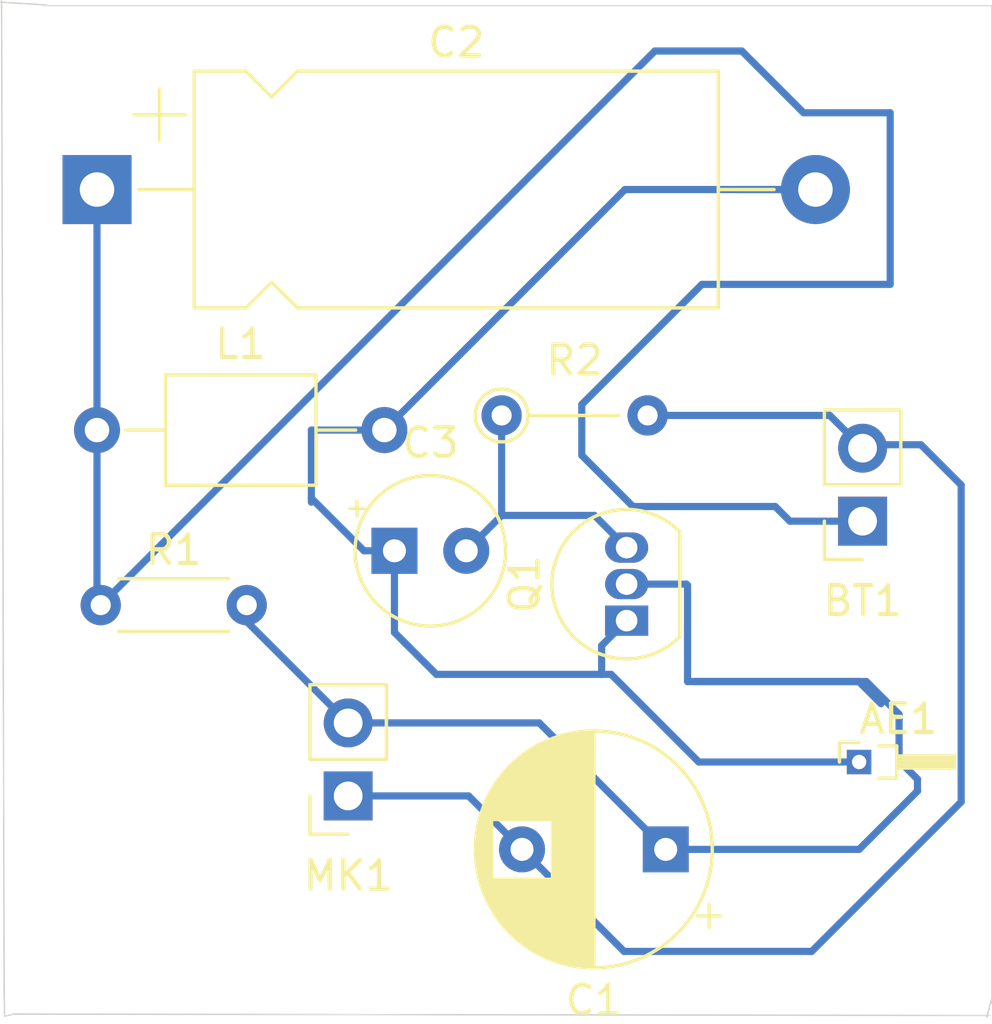
<source format=kicad_pcb>
(kicad_pcb (version 20171130) (host pcbnew "(5.1.10)-1")

  (general
    (thickness 1.6)
    (drawings 8)
    (tracks 66)
    (zones 0)
    (modules 10)
    (nets 6)
  )

  (page A4)
  (layers
    (0 F.Cu signal)
    (31 B.Cu signal)
    (32 B.Adhes user)
    (33 F.Adhes user)
    (34 B.Paste user)
    (35 F.Paste user)
    (36 B.SilkS user)
    (37 F.SilkS user)
    (38 B.Mask user)
    (39 F.Mask user)
    (40 Dwgs.User user)
    (41 Cmts.User user)
    (42 Eco1.User user)
    (43 Eco2.User user)
    (44 Edge.Cuts user)
    (45 Margin user)
    (46 B.CrtYd user)
    (47 F.CrtYd user)
    (48 B.Fab user)
    (49 F.Fab user)
  )

  (setup
    (last_trace_width 0.25)
    (trace_clearance 0.2)
    (zone_clearance 0.508)
    (zone_45_only no)
    (trace_min 0.2)
    (via_size 0.8)
    (via_drill 0.4)
    (via_min_size 0.4)
    (via_min_drill 0.3)
    (uvia_size 0.3)
    (uvia_drill 0.1)
    (uvias_allowed no)
    (uvia_min_size 0.2)
    (uvia_min_drill 0.1)
    (edge_width 0.05)
    (segment_width 0.2)
    (pcb_text_width 0.3)
    (pcb_text_size 1.5 1.5)
    (mod_edge_width 0.12)
    (mod_text_size 1 1)
    (mod_text_width 0.15)
    (pad_size 1.524 1.524)
    (pad_drill 0.762)
    (pad_to_mask_clearance 0)
    (aux_axis_origin 0 0)
    (visible_elements FFFFFF7F)
    (pcbplotparams
      (layerselection 0x010fc_ffffffff)
      (usegerberextensions false)
      (usegerberattributes true)
      (usegerberadvancedattributes true)
      (creategerberjobfile true)
      (excludeedgelayer true)
      (linewidth 0.100000)
      (plotframeref false)
      (viasonmask false)
      (mode 1)
      (useauxorigin false)
      (hpglpennumber 1)
      (hpglpenspeed 20)
      (hpglpendiameter 15.000000)
      (psnegative false)
      (psa4output false)
      (plotreference true)
      (plotvalue true)
      (plotinvisibletext false)
      (padsonsilk false)
      (subtractmaskfromsilk false)
      (outputformat 4)
      (mirror false)
      (drillshape 0)
      (scaleselection 1)
      (outputdirectory ""))
  )

  (net 0 "")
  (net 1 "Net-(AE1-Pad1)")
  (net 2 GND)
  (net 3 VCC)
  (net 4 "Net-(C1-Pad1)")
  (net 5 "Net-(C3-Pad2)")

  (net_class Default "This is the default net class."
    (clearance 0.2)
    (trace_width 0.25)
    (via_dia 0.8)
    (via_drill 0.4)
    (uvia_dia 0.3)
    (uvia_drill 0.1)
    (add_net GND)
    (add_net "Net-(AE1-Pad1)")
    (add_net "Net-(C1-Pad1)")
    (add_net "Net-(C3-Pad2)")
    (add_net VCC)
  )

  (module Connector_PinHeader_1.00mm:PinHeader_1x01_P1.00mm_Horizontal (layer F.Cu) (tedit 59FED737) (tstamp 61A94E15)
    (at 102.31 103.38)
    (descr "Through hole angled pin header, 1x01, 1.00mm pitch, 2.0mm pin length, single row")
    (tags "Through hole angled pin header THT 1x01 1.00mm single row")
    (path /61A7A232)
    (fp_text reference AE1 (at 1.375 -1.5) (layer F.SilkS)
      (effects (font (size 1 1) (thickness 0.15)))
    )
    (fp_text value Antenna (at 1.375 1.5) (layer F.Fab)
      (effects (font (size 1 1) (thickness 0.15)))
    )
    (fp_line (start 3.75 -1) (end -1 -1) (layer F.CrtYd) (width 0.05))
    (fp_line (start 3.75 1) (end 3.75 -1) (layer F.CrtYd) (width 0.05))
    (fp_line (start -1 1) (end 3.75 1) (layer F.CrtYd) (width 0.05))
    (fp_line (start -1 -1) (end -1 1) (layer F.CrtYd) (width 0.05))
    (fp_line (start -0.685 -0.685) (end 0 -0.685) (layer F.SilkS) (width 0.12))
    (fp_line (start -0.685 0) (end -0.685 -0.685) (layer F.SilkS) (width 0.12))
    (fp_line (start 1.31 0.09) (end 3.31 0.09) (layer F.SilkS) (width 0.12))
    (fp_line (start 1.31 -0.03) (end 3.31 -0.03) (layer F.SilkS) (width 0.12))
    (fp_line (start 1.31 -0.15) (end 3.31 -0.15) (layer F.SilkS) (width 0.12))
    (fp_line (start 3.31 0.21) (end 1.31 0.21) (layer F.SilkS) (width 0.12))
    (fp_line (start 3.31 -0.21) (end 3.31 0.21) (layer F.SilkS) (width 0.12))
    (fp_line (start 1.31 -0.21) (end 3.31 -0.21) (layer F.SilkS) (width 0.12))
    (fp_line (start 1.31 0.56) (end 0.685 0.56) (layer F.SilkS) (width 0.12))
    (fp_line (start 1.31 -0.56) (end 1.31 0.56) (layer F.SilkS) (width 0.12))
    (fp_line (start 0.685 -0.56) (end 1.31 -0.56) (layer F.SilkS) (width 0.12))
    (fp_line (start 1.25 0.15) (end 3.25 0.15) (layer F.Fab) (width 0.1))
    (fp_line (start 3.25 -0.15) (end 3.25 0.15) (layer F.Fab) (width 0.1))
    (fp_line (start 1.25 -0.15) (end 3.25 -0.15) (layer F.Fab) (width 0.1))
    (fp_line (start -0.15 0.15) (end 0.25 0.15) (layer F.Fab) (width 0.1))
    (fp_line (start -0.15 -0.15) (end -0.15 0.15) (layer F.Fab) (width 0.1))
    (fp_line (start -0.15 -0.15) (end 0.25 -0.15) (layer F.Fab) (width 0.1))
    (fp_line (start 0.25 -0.25) (end 0.5 -0.5) (layer F.Fab) (width 0.1))
    (fp_line (start 0.25 0.5) (end 0.25 -0.25) (layer F.Fab) (width 0.1))
    (fp_line (start 1.25 0.5) (end 0.25 0.5) (layer F.Fab) (width 0.1))
    (fp_line (start 1.25 -0.5) (end 1.25 0.5) (layer F.Fab) (width 0.1))
    (fp_line (start 0.5 -0.5) (end 1.25 -0.5) (layer F.Fab) (width 0.1))
    (fp_text user %R (at 0.75 0 90) (layer F.Fab)
      (effects (font (size 0.6 0.6) (thickness 0.09)))
    )
    (pad 1 thru_hole rect (at 0 0) (size 0.85 0.85) (drill 0.5) (layers *.Cu *.Mask)
      (net 1 "Net-(AE1-Pad1)"))
    (model ${KISYS3DMOD}/Connector_PinHeader_1.00mm.3dshapes/PinHeader_1x01_P1.00mm_Horizontal.wrl
      (at (xyz 0 0 0))
      (scale (xyz 1 1 1))
      (rotate (xyz 0 0 0))
    )
  )

  (module Connector_PinSocket_2.54mm:PinSocket_1x02_P2.54mm_Vertical (layer F.Cu) (tedit 5A19A420) (tstamp 61A94E2B)
    (at 102.43 95 180)
    (descr "Through hole straight socket strip, 1x02, 2.54mm pitch, single row (from Kicad 4.0.7), script generated")
    (tags "Through hole socket strip THT 1x02 2.54mm single row")
    (path /61A7CF1F)
    (fp_text reference BT1 (at 0 -2.77) (layer F.SilkS)
      (effects (font (size 1 1) (thickness 0.15)))
    )
    (fp_text value 9v (at 0 5.31) (layer F.Fab)
      (effects (font (size 1 1) (thickness 0.15)))
    )
    (fp_text user %R (at 0 1.27 90) (layer F.Fab)
      (effects (font (size 1 1) (thickness 0.15)))
    )
    (fp_line (start -1.27 -1.27) (end 0.635 -1.27) (layer F.Fab) (width 0.1))
    (fp_line (start 0.635 -1.27) (end 1.27 -0.635) (layer F.Fab) (width 0.1))
    (fp_line (start 1.27 -0.635) (end 1.27 3.81) (layer F.Fab) (width 0.1))
    (fp_line (start 1.27 3.81) (end -1.27 3.81) (layer F.Fab) (width 0.1))
    (fp_line (start -1.27 3.81) (end -1.27 -1.27) (layer F.Fab) (width 0.1))
    (fp_line (start -1.33 1.27) (end 1.33 1.27) (layer F.SilkS) (width 0.12))
    (fp_line (start -1.33 1.27) (end -1.33 3.87) (layer F.SilkS) (width 0.12))
    (fp_line (start -1.33 3.87) (end 1.33 3.87) (layer F.SilkS) (width 0.12))
    (fp_line (start 1.33 1.27) (end 1.33 3.87) (layer F.SilkS) (width 0.12))
    (fp_line (start 1.33 -1.33) (end 1.33 0) (layer F.SilkS) (width 0.12))
    (fp_line (start 0 -1.33) (end 1.33 -1.33) (layer F.SilkS) (width 0.12))
    (fp_line (start -1.8 -1.8) (end 1.75 -1.8) (layer F.CrtYd) (width 0.05))
    (fp_line (start 1.75 -1.8) (end 1.75 4.3) (layer F.CrtYd) (width 0.05))
    (fp_line (start 1.75 4.3) (end -1.8 4.3) (layer F.CrtYd) (width 0.05))
    (fp_line (start -1.8 4.3) (end -1.8 -1.8) (layer F.CrtYd) (width 0.05))
    (pad 2 thru_hole oval (at 0 2.54 180) (size 1.7 1.7) (drill 1) (layers *.Cu *.Mask)
      (net 2 GND))
    (pad 1 thru_hole rect (at 0 0 180) (size 1.7 1.7) (drill 1) (layers *.Cu *.Mask)
      (net 3 VCC))
    (model ${KISYS3DMOD}/Connector_PinSocket_2.54mm.3dshapes/PinSocket_1x02_P2.54mm_Vertical.wrl
      (at (xyz 0 0 0))
      (scale (xyz 1 1 1))
      (rotate (xyz 0 0 0))
    )
  )

  (module Capacitor_THT:CP_Radial_D8.0mm_P5.00mm (layer F.Cu) (tedit 5AE50EF0) (tstamp 61A94ED4)
    (at 95.58 106.42 180)
    (descr "CP, Radial series, Radial, pin pitch=5.00mm, , diameter=8mm, Electrolytic Capacitor")
    (tags "CP Radial series Radial pin pitch 5.00mm  diameter 8mm Electrolytic Capacitor")
    (path /61A7602A)
    (fp_text reference C1 (at 2.5 -5.25) (layer F.SilkS)
      (effects (font (size 1 1) (thickness 0.15)))
    )
    (fp_text value 0.001u (at 2.5 5.25) (layer F.Fab)
      (effects (font (size 1 1) (thickness 0.15)))
    )
    (fp_line (start -1.509698 -2.715) (end -1.509698 -1.915) (layer F.SilkS) (width 0.12))
    (fp_line (start -1.909698 -2.315) (end -1.109698 -2.315) (layer F.SilkS) (width 0.12))
    (fp_line (start 6.581 -0.533) (end 6.581 0.533) (layer F.SilkS) (width 0.12))
    (fp_line (start 6.541 -0.768) (end 6.541 0.768) (layer F.SilkS) (width 0.12))
    (fp_line (start 6.501 -0.948) (end 6.501 0.948) (layer F.SilkS) (width 0.12))
    (fp_line (start 6.461 -1.098) (end 6.461 1.098) (layer F.SilkS) (width 0.12))
    (fp_line (start 6.421 -1.229) (end 6.421 1.229) (layer F.SilkS) (width 0.12))
    (fp_line (start 6.381 -1.346) (end 6.381 1.346) (layer F.SilkS) (width 0.12))
    (fp_line (start 6.341 -1.453) (end 6.341 1.453) (layer F.SilkS) (width 0.12))
    (fp_line (start 6.301 -1.552) (end 6.301 1.552) (layer F.SilkS) (width 0.12))
    (fp_line (start 6.261 -1.645) (end 6.261 1.645) (layer F.SilkS) (width 0.12))
    (fp_line (start 6.221 -1.731) (end 6.221 1.731) (layer F.SilkS) (width 0.12))
    (fp_line (start 6.181 -1.813) (end 6.181 1.813) (layer F.SilkS) (width 0.12))
    (fp_line (start 6.141 -1.89) (end 6.141 1.89) (layer F.SilkS) (width 0.12))
    (fp_line (start 6.101 -1.964) (end 6.101 1.964) (layer F.SilkS) (width 0.12))
    (fp_line (start 6.061 -2.034) (end 6.061 2.034) (layer F.SilkS) (width 0.12))
    (fp_line (start 6.021 1.04) (end 6.021 2.102) (layer F.SilkS) (width 0.12))
    (fp_line (start 6.021 -2.102) (end 6.021 -1.04) (layer F.SilkS) (width 0.12))
    (fp_line (start 5.981 1.04) (end 5.981 2.166) (layer F.SilkS) (width 0.12))
    (fp_line (start 5.981 -2.166) (end 5.981 -1.04) (layer F.SilkS) (width 0.12))
    (fp_line (start 5.941 1.04) (end 5.941 2.228) (layer F.SilkS) (width 0.12))
    (fp_line (start 5.941 -2.228) (end 5.941 -1.04) (layer F.SilkS) (width 0.12))
    (fp_line (start 5.901 1.04) (end 5.901 2.287) (layer F.SilkS) (width 0.12))
    (fp_line (start 5.901 -2.287) (end 5.901 -1.04) (layer F.SilkS) (width 0.12))
    (fp_line (start 5.861 1.04) (end 5.861 2.345) (layer F.SilkS) (width 0.12))
    (fp_line (start 5.861 -2.345) (end 5.861 -1.04) (layer F.SilkS) (width 0.12))
    (fp_line (start 5.821 1.04) (end 5.821 2.4) (layer F.SilkS) (width 0.12))
    (fp_line (start 5.821 -2.4) (end 5.821 -1.04) (layer F.SilkS) (width 0.12))
    (fp_line (start 5.781 1.04) (end 5.781 2.454) (layer F.SilkS) (width 0.12))
    (fp_line (start 5.781 -2.454) (end 5.781 -1.04) (layer F.SilkS) (width 0.12))
    (fp_line (start 5.741 1.04) (end 5.741 2.505) (layer F.SilkS) (width 0.12))
    (fp_line (start 5.741 -2.505) (end 5.741 -1.04) (layer F.SilkS) (width 0.12))
    (fp_line (start 5.701 1.04) (end 5.701 2.556) (layer F.SilkS) (width 0.12))
    (fp_line (start 5.701 -2.556) (end 5.701 -1.04) (layer F.SilkS) (width 0.12))
    (fp_line (start 5.661 1.04) (end 5.661 2.604) (layer F.SilkS) (width 0.12))
    (fp_line (start 5.661 -2.604) (end 5.661 -1.04) (layer F.SilkS) (width 0.12))
    (fp_line (start 5.621 1.04) (end 5.621 2.651) (layer F.SilkS) (width 0.12))
    (fp_line (start 5.621 -2.651) (end 5.621 -1.04) (layer F.SilkS) (width 0.12))
    (fp_line (start 5.581 1.04) (end 5.581 2.697) (layer F.SilkS) (width 0.12))
    (fp_line (start 5.581 -2.697) (end 5.581 -1.04) (layer F.SilkS) (width 0.12))
    (fp_line (start 5.541 1.04) (end 5.541 2.741) (layer F.SilkS) (width 0.12))
    (fp_line (start 5.541 -2.741) (end 5.541 -1.04) (layer F.SilkS) (width 0.12))
    (fp_line (start 5.501 1.04) (end 5.501 2.784) (layer F.SilkS) (width 0.12))
    (fp_line (start 5.501 -2.784) (end 5.501 -1.04) (layer F.SilkS) (width 0.12))
    (fp_line (start 5.461 1.04) (end 5.461 2.826) (layer F.SilkS) (width 0.12))
    (fp_line (start 5.461 -2.826) (end 5.461 -1.04) (layer F.SilkS) (width 0.12))
    (fp_line (start 5.421 1.04) (end 5.421 2.867) (layer F.SilkS) (width 0.12))
    (fp_line (start 5.421 -2.867) (end 5.421 -1.04) (layer F.SilkS) (width 0.12))
    (fp_line (start 5.381 1.04) (end 5.381 2.907) (layer F.SilkS) (width 0.12))
    (fp_line (start 5.381 -2.907) (end 5.381 -1.04) (layer F.SilkS) (width 0.12))
    (fp_line (start 5.341 1.04) (end 5.341 2.945) (layer F.SilkS) (width 0.12))
    (fp_line (start 5.341 -2.945) (end 5.341 -1.04) (layer F.SilkS) (width 0.12))
    (fp_line (start 5.301 1.04) (end 5.301 2.983) (layer F.SilkS) (width 0.12))
    (fp_line (start 5.301 -2.983) (end 5.301 -1.04) (layer F.SilkS) (width 0.12))
    (fp_line (start 5.261 1.04) (end 5.261 3.019) (layer F.SilkS) (width 0.12))
    (fp_line (start 5.261 -3.019) (end 5.261 -1.04) (layer F.SilkS) (width 0.12))
    (fp_line (start 5.221 1.04) (end 5.221 3.055) (layer F.SilkS) (width 0.12))
    (fp_line (start 5.221 -3.055) (end 5.221 -1.04) (layer F.SilkS) (width 0.12))
    (fp_line (start 5.181 1.04) (end 5.181 3.09) (layer F.SilkS) (width 0.12))
    (fp_line (start 5.181 -3.09) (end 5.181 -1.04) (layer F.SilkS) (width 0.12))
    (fp_line (start 5.141 1.04) (end 5.141 3.124) (layer F.SilkS) (width 0.12))
    (fp_line (start 5.141 -3.124) (end 5.141 -1.04) (layer F.SilkS) (width 0.12))
    (fp_line (start 5.101 1.04) (end 5.101 3.156) (layer F.SilkS) (width 0.12))
    (fp_line (start 5.101 -3.156) (end 5.101 -1.04) (layer F.SilkS) (width 0.12))
    (fp_line (start 5.061 1.04) (end 5.061 3.189) (layer F.SilkS) (width 0.12))
    (fp_line (start 5.061 -3.189) (end 5.061 -1.04) (layer F.SilkS) (width 0.12))
    (fp_line (start 5.021 1.04) (end 5.021 3.22) (layer F.SilkS) (width 0.12))
    (fp_line (start 5.021 -3.22) (end 5.021 -1.04) (layer F.SilkS) (width 0.12))
    (fp_line (start 4.981 1.04) (end 4.981 3.25) (layer F.SilkS) (width 0.12))
    (fp_line (start 4.981 -3.25) (end 4.981 -1.04) (layer F.SilkS) (width 0.12))
    (fp_line (start 4.941 1.04) (end 4.941 3.28) (layer F.SilkS) (width 0.12))
    (fp_line (start 4.941 -3.28) (end 4.941 -1.04) (layer F.SilkS) (width 0.12))
    (fp_line (start 4.901 1.04) (end 4.901 3.309) (layer F.SilkS) (width 0.12))
    (fp_line (start 4.901 -3.309) (end 4.901 -1.04) (layer F.SilkS) (width 0.12))
    (fp_line (start 4.861 1.04) (end 4.861 3.338) (layer F.SilkS) (width 0.12))
    (fp_line (start 4.861 -3.338) (end 4.861 -1.04) (layer F.SilkS) (width 0.12))
    (fp_line (start 4.821 1.04) (end 4.821 3.365) (layer F.SilkS) (width 0.12))
    (fp_line (start 4.821 -3.365) (end 4.821 -1.04) (layer F.SilkS) (width 0.12))
    (fp_line (start 4.781 1.04) (end 4.781 3.392) (layer F.SilkS) (width 0.12))
    (fp_line (start 4.781 -3.392) (end 4.781 -1.04) (layer F.SilkS) (width 0.12))
    (fp_line (start 4.741 1.04) (end 4.741 3.418) (layer F.SilkS) (width 0.12))
    (fp_line (start 4.741 -3.418) (end 4.741 -1.04) (layer F.SilkS) (width 0.12))
    (fp_line (start 4.701 1.04) (end 4.701 3.444) (layer F.SilkS) (width 0.12))
    (fp_line (start 4.701 -3.444) (end 4.701 -1.04) (layer F.SilkS) (width 0.12))
    (fp_line (start 4.661 1.04) (end 4.661 3.469) (layer F.SilkS) (width 0.12))
    (fp_line (start 4.661 -3.469) (end 4.661 -1.04) (layer F.SilkS) (width 0.12))
    (fp_line (start 4.621 1.04) (end 4.621 3.493) (layer F.SilkS) (width 0.12))
    (fp_line (start 4.621 -3.493) (end 4.621 -1.04) (layer F.SilkS) (width 0.12))
    (fp_line (start 4.581 1.04) (end 4.581 3.517) (layer F.SilkS) (width 0.12))
    (fp_line (start 4.581 -3.517) (end 4.581 -1.04) (layer F.SilkS) (width 0.12))
    (fp_line (start 4.541 1.04) (end 4.541 3.54) (layer F.SilkS) (width 0.12))
    (fp_line (start 4.541 -3.54) (end 4.541 -1.04) (layer F.SilkS) (width 0.12))
    (fp_line (start 4.501 1.04) (end 4.501 3.562) (layer F.SilkS) (width 0.12))
    (fp_line (start 4.501 -3.562) (end 4.501 -1.04) (layer F.SilkS) (width 0.12))
    (fp_line (start 4.461 1.04) (end 4.461 3.584) (layer F.SilkS) (width 0.12))
    (fp_line (start 4.461 -3.584) (end 4.461 -1.04) (layer F.SilkS) (width 0.12))
    (fp_line (start 4.421 1.04) (end 4.421 3.606) (layer F.SilkS) (width 0.12))
    (fp_line (start 4.421 -3.606) (end 4.421 -1.04) (layer F.SilkS) (width 0.12))
    (fp_line (start 4.381 1.04) (end 4.381 3.627) (layer F.SilkS) (width 0.12))
    (fp_line (start 4.381 -3.627) (end 4.381 -1.04) (layer F.SilkS) (width 0.12))
    (fp_line (start 4.341 1.04) (end 4.341 3.647) (layer F.SilkS) (width 0.12))
    (fp_line (start 4.341 -3.647) (end 4.341 -1.04) (layer F.SilkS) (width 0.12))
    (fp_line (start 4.301 1.04) (end 4.301 3.666) (layer F.SilkS) (width 0.12))
    (fp_line (start 4.301 -3.666) (end 4.301 -1.04) (layer F.SilkS) (width 0.12))
    (fp_line (start 4.261 1.04) (end 4.261 3.686) (layer F.SilkS) (width 0.12))
    (fp_line (start 4.261 -3.686) (end 4.261 -1.04) (layer F.SilkS) (width 0.12))
    (fp_line (start 4.221 1.04) (end 4.221 3.704) (layer F.SilkS) (width 0.12))
    (fp_line (start 4.221 -3.704) (end 4.221 -1.04) (layer F.SilkS) (width 0.12))
    (fp_line (start 4.181 1.04) (end 4.181 3.722) (layer F.SilkS) (width 0.12))
    (fp_line (start 4.181 -3.722) (end 4.181 -1.04) (layer F.SilkS) (width 0.12))
    (fp_line (start 4.141 1.04) (end 4.141 3.74) (layer F.SilkS) (width 0.12))
    (fp_line (start 4.141 -3.74) (end 4.141 -1.04) (layer F.SilkS) (width 0.12))
    (fp_line (start 4.101 1.04) (end 4.101 3.757) (layer F.SilkS) (width 0.12))
    (fp_line (start 4.101 -3.757) (end 4.101 -1.04) (layer F.SilkS) (width 0.12))
    (fp_line (start 4.061 1.04) (end 4.061 3.774) (layer F.SilkS) (width 0.12))
    (fp_line (start 4.061 -3.774) (end 4.061 -1.04) (layer F.SilkS) (width 0.12))
    (fp_line (start 4.021 1.04) (end 4.021 3.79) (layer F.SilkS) (width 0.12))
    (fp_line (start 4.021 -3.79) (end 4.021 -1.04) (layer F.SilkS) (width 0.12))
    (fp_line (start 3.981 1.04) (end 3.981 3.805) (layer F.SilkS) (width 0.12))
    (fp_line (start 3.981 -3.805) (end 3.981 -1.04) (layer F.SilkS) (width 0.12))
    (fp_line (start 3.941 -3.821) (end 3.941 3.821) (layer F.SilkS) (width 0.12))
    (fp_line (start 3.901 -3.835) (end 3.901 3.835) (layer F.SilkS) (width 0.12))
    (fp_line (start 3.861 -3.85) (end 3.861 3.85) (layer F.SilkS) (width 0.12))
    (fp_line (start 3.821 -3.863) (end 3.821 3.863) (layer F.SilkS) (width 0.12))
    (fp_line (start 3.781 -3.877) (end 3.781 3.877) (layer F.SilkS) (width 0.12))
    (fp_line (start 3.741 -3.889) (end 3.741 3.889) (layer F.SilkS) (width 0.12))
    (fp_line (start 3.701 -3.902) (end 3.701 3.902) (layer F.SilkS) (width 0.12))
    (fp_line (start 3.661 -3.914) (end 3.661 3.914) (layer F.SilkS) (width 0.12))
    (fp_line (start 3.621 -3.925) (end 3.621 3.925) (layer F.SilkS) (width 0.12))
    (fp_line (start 3.581 -3.936) (end 3.581 3.936) (layer F.SilkS) (width 0.12))
    (fp_line (start 3.541 -3.947) (end 3.541 3.947) (layer F.SilkS) (width 0.12))
    (fp_line (start 3.501 -3.957) (end 3.501 3.957) (layer F.SilkS) (width 0.12))
    (fp_line (start 3.461 -3.967) (end 3.461 3.967) (layer F.SilkS) (width 0.12))
    (fp_line (start 3.421 -3.976) (end 3.421 3.976) (layer F.SilkS) (width 0.12))
    (fp_line (start 3.381 -3.985) (end 3.381 3.985) (layer F.SilkS) (width 0.12))
    (fp_line (start 3.341 -3.994) (end 3.341 3.994) (layer F.SilkS) (width 0.12))
    (fp_line (start 3.301 -4.002) (end 3.301 4.002) (layer F.SilkS) (width 0.12))
    (fp_line (start 3.261 -4.01) (end 3.261 4.01) (layer F.SilkS) (width 0.12))
    (fp_line (start 3.221 -4.017) (end 3.221 4.017) (layer F.SilkS) (width 0.12))
    (fp_line (start 3.18 -4.024) (end 3.18 4.024) (layer F.SilkS) (width 0.12))
    (fp_line (start 3.14 -4.03) (end 3.14 4.03) (layer F.SilkS) (width 0.12))
    (fp_line (start 3.1 -4.037) (end 3.1 4.037) (layer F.SilkS) (width 0.12))
    (fp_line (start 3.06 -4.042) (end 3.06 4.042) (layer F.SilkS) (width 0.12))
    (fp_line (start 3.02 -4.048) (end 3.02 4.048) (layer F.SilkS) (width 0.12))
    (fp_line (start 2.98 -4.052) (end 2.98 4.052) (layer F.SilkS) (width 0.12))
    (fp_line (start 2.94 -4.057) (end 2.94 4.057) (layer F.SilkS) (width 0.12))
    (fp_line (start 2.9 -4.061) (end 2.9 4.061) (layer F.SilkS) (width 0.12))
    (fp_line (start 2.86 -4.065) (end 2.86 4.065) (layer F.SilkS) (width 0.12))
    (fp_line (start 2.82 -4.068) (end 2.82 4.068) (layer F.SilkS) (width 0.12))
    (fp_line (start 2.78 -4.071) (end 2.78 4.071) (layer F.SilkS) (width 0.12))
    (fp_line (start 2.74 -4.074) (end 2.74 4.074) (layer F.SilkS) (width 0.12))
    (fp_line (start 2.7 -4.076) (end 2.7 4.076) (layer F.SilkS) (width 0.12))
    (fp_line (start 2.66 -4.077) (end 2.66 4.077) (layer F.SilkS) (width 0.12))
    (fp_line (start 2.62 -4.079) (end 2.62 4.079) (layer F.SilkS) (width 0.12))
    (fp_line (start 2.58 -4.08) (end 2.58 4.08) (layer F.SilkS) (width 0.12))
    (fp_line (start 2.54 -4.08) (end 2.54 4.08) (layer F.SilkS) (width 0.12))
    (fp_line (start 2.5 -4.08) (end 2.5 4.08) (layer F.SilkS) (width 0.12))
    (fp_line (start -0.526759 -2.1475) (end -0.526759 -1.3475) (layer F.Fab) (width 0.1))
    (fp_line (start -0.926759 -1.7475) (end -0.126759 -1.7475) (layer F.Fab) (width 0.1))
    (fp_circle (center 2.5 0) (end 6.75 0) (layer F.CrtYd) (width 0.05))
    (fp_circle (center 2.5 0) (end 6.62 0) (layer F.SilkS) (width 0.12))
    (fp_circle (center 2.5 0) (end 6.5 0) (layer F.Fab) (width 0.1))
    (fp_text user %R (at 2.5 0) (layer F.Fab)
      (effects (font (size 1 1) (thickness 0.15)))
    )
    (pad 1 thru_hole rect (at 0 0 180) (size 1.6 1.6) (drill 0.8) (layers *.Cu *.Mask)
      (net 4 "Net-(C1-Pad1)"))
    (pad 2 thru_hole circle (at 5 0 180) (size 1.6 1.6) (drill 0.8) (layers *.Cu *.Mask)
      (net 2 GND))
    (model ${KISYS3DMOD}/Capacitor_THT.3dshapes/CP_Radial_D8.0mm_P5.00mm.wrl
      (at (xyz 0 0 0))
      (scale (xyz 1 1 1))
      (rotate (xyz 0 0 0))
    )
  )

  (module Capacitor_THT:CP_Axial_L18.0mm_D8.0mm_P25.00mm_Horizontal (layer F.Cu) (tedit 5AE50EF2) (tstamp 61A94EFB)
    (at 75.79 83.46)
    (descr "CP, Axial series, Axial, Horizontal, pin pitch=25mm, , length*diameter=18*8mm^2, Electrolytic Capacitor, , http://www.vishay.com/docs/28325/021asm.pdf")
    (tags "CP Axial series Axial Horizontal pin pitch 25mm  length 18mm diameter 8mm Electrolytic Capacitor")
    (path /61A777CE)
    (fp_text reference C2 (at 12.5 -5.12) (layer F.SilkS)
      (effects (font (size 1 1) (thickness 0.15)))
    )
    (fp_text value 0-100pf (at 12.5 5.12) (layer F.Fab)
      (effects (font (size 1 1) (thickness 0.15)))
    )
    (fp_line (start 26.45 -4.25) (end -1.45 -4.25) (layer F.CrtYd) (width 0.05))
    (fp_line (start 26.45 4.25) (end 26.45 -4.25) (layer F.CrtYd) (width 0.05))
    (fp_line (start -1.45 4.25) (end 26.45 4.25) (layer F.CrtYd) (width 0.05))
    (fp_line (start -1.45 -4.25) (end -1.45 4.25) (layer F.CrtYd) (width 0.05))
    (fp_line (start 23.56 0) (end 21.62 0) (layer F.SilkS) (width 0.12))
    (fp_line (start 1.44 0) (end 3.38 0) (layer F.SilkS) (width 0.12))
    (fp_line (start 6.98 4.12) (end 21.62 4.12) (layer F.SilkS) (width 0.12))
    (fp_line (start 6.08 3.22) (end 6.98 4.12) (layer F.SilkS) (width 0.12))
    (fp_line (start 5.18 4.12) (end 6.08 3.22) (layer F.SilkS) (width 0.12))
    (fp_line (start 3.38 4.12) (end 5.18 4.12) (layer F.SilkS) (width 0.12))
    (fp_line (start 6.98 -4.12) (end 21.62 -4.12) (layer F.SilkS) (width 0.12))
    (fp_line (start 6.08 -3.22) (end 6.98 -4.12) (layer F.SilkS) (width 0.12))
    (fp_line (start 5.18 -4.12) (end 6.08 -3.22) (layer F.SilkS) (width 0.12))
    (fp_line (start 3.38 -4.12) (end 5.18 -4.12) (layer F.SilkS) (width 0.12))
    (fp_line (start 21.62 -4.12) (end 21.62 4.12) (layer F.SilkS) (width 0.12))
    (fp_line (start 3.38 -4.12) (end 3.38 4.12) (layer F.SilkS) (width 0.12))
    (fp_line (start 2.18 -3.5) (end 2.18 -1.7) (layer F.SilkS) (width 0.12))
    (fp_line (start 1.28 -2.6) (end 3.08 -2.6) (layer F.SilkS) (width 0.12))
    (fp_line (start 6.1 -0.9) (end 6.1 0.9) (layer F.Fab) (width 0.1))
    (fp_line (start 5.2 0) (end 7 0) (layer F.Fab) (width 0.1))
    (fp_line (start 25 0) (end 21.5 0) (layer F.Fab) (width 0.1))
    (fp_line (start 0 0) (end 3.5 0) (layer F.Fab) (width 0.1))
    (fp_line (start 6.98 4) (end 21.5 4) (layer F.Fab) (width 0.1))
    (fp_line (start 6.08 3.1) (end 6.98 4) (layer F.Fab) (width 0.1))
    (fp_line (start 5.18 4) (end 6.08 3.1) (layer F.Fab) (width 0.1))
    (fp_line (start 3.5 4) (end 5.18 4) (layer F.Fab) (width 0.1))
    (fp_line (start 6.98 -4) (end 21.5 -4) (layer F.Fab) (width 0.1))
    (fp_line (start 6.08 -3.1) (end 6.98 -4) (layer F.Fab) (width 0.1))
    (fp_line (start 5.18 -4) (end 6.08 -3.1) (layer F.Fab) (width 0.1))
    (fp_line (start 3.5 -4) (end 5.18 -4) (layer F.Fab) (width 0.1))
    (fp_line (start 21.5 -4) (end 21.5 4) (layer F.Fab) (width 0.1))
    (fp_line (start 3.5 -4) (end 3.5 4) (layer F.Fab) (width 0.1))
    (fp_text user %R (at 12.5 0) (layer F.Fab)
      (effects (font (size 1 1) (thickness 0.15)))
    )
    (pad 1 thru_hole rect (at 0 0) (size 2.4 2.4) (drill 1.2) (layers *.Cu *.Mask)
      (net 3 VCC))
    (pad 2 thru_hole oval (at 25 0) (size 2.4 2.4) (drill 1.2) (layers *.Cu *.Mask)
      (net 1 "Net-(AE1-Pad1)"))
    (model ${KISYS3DMOD}/Capacitor_THT.3dshapes/CP_Axial_L18.0mm_D8.0mm_P25.00mm_Horizontal.wrl
      (at (xyz 0 0 0))
      (scale (xyz 1 1 1))
      (rotate (xyz 0 0 0))
    )
  )

  (module Capacitor_THT:CP_Radial_Tantal_D5.0mm_P2.50mm (layer F.Cu) (tedit 5AE50EF0) (tstamp 61A94F09)
    (at 86.14 96.03)
    (descr "CP, Radial_Tantal series, Radial, pin pitch=2.50mm, , diameter=5.0mm, Tantal Electrolytic Capacitor, http://cdn-reichelt.de/documents/datenblatt/B300/TANTAL-TB-Serie%23.pdf")
    (tags "CP Radial_Tantal series Radial pin pitch 2.50mm  diameter 5.0mm Tantal Electrolytic Capacitor")
    (path /61A77CB1)
    (fp_text reference C3 (at 1.25 -3.75) (layer F.SilkS)
      (effects (font (size 1 1) (thickness 0.15)))
    )
    (fp_text value 22p-100pf (at 1.25 3.75) (layer F.Fab)
      (effects (font (size 1 1) (thickness 0.15)))
    )
    (fp_line (start -1.304775 -1.725) (end -1.304775 -1.225) (layer F.SilkS) (width 0.12))
    (fp_line (start -1.554775 -1.475) (end -1.054775 -1.475) (layer F.SilkS) (width 0.12))
    (fp_line (start -0.633605 -1.3375) (end -0.633605 -0.8375) (layer F.Fab) (width 0.1))
    (fp_line (start -0.883605 -1.0875) (end -0.383605 -1.0875) (layer F.Fab) (width 0.1))
    (fp_circle (center 1.25 0) (end 4 0) (layer F.CrtYd) (width 0.05))
    (fp_circle (center 1.25 0) (end 3.87 0) (layer F.SilkS) (width 0.12))
    (fp_circle (center 1.25 0) (end 3.75 0) (layer F.Fab) (width 0.1))
    (fp_text user %R (at 1.25 0) (layer F.Fab)
      (effects (font (size 1 1) (thickness 0.15)))
    )
    (pad 1 thru_hole rect (at 0 0) (size 1.6 1.6) (drill 0.8) (layers *.Cu *.Mask)
      (net 1 "Net-(AE1-Pad1)"))
    (pad 2 thru_hole circle (at 2.5 0) (size 1.6 1.6) (drill 0.8) (layers *.Cu *.Mask)
      (net 5 "Net-(C3-Pad2)"))
    (model ${KISYS3DMOD}/Capacitor_THT.3dshapes/CP_Radial_Tantal_D5.0mm_P2.50mm.wrl
      (at (xyz 0 0 0))
      (scale (xyz 1 1 1))
      (rotate (xyz 0 0 0))
    )
  )

  (module Inductor_THT:L_Axial_L5.0mm_D3.6mm_P10.00mm_Horizontal_Murata_BL01RN1A2A2 (layer F.Cu) (tedit 5BC67E52) (tstamp 61A94F20)
    (at 75.79 91.83)
    (descr "Inductor, Murata BL01RN1A2A2, Axial, Horizontal, pin pitch=10.00mm, length*diameter=5*3.6mm, https://www.murata.com/en-global/products/productdetail?partno=BL01RN1A2A2%23")
    (tags "inductor axial horizontal")
    (path /61A762F1)
    (fp_text reference L1 (at 5 -3) (layer F.SilkS)
      (effects (font (size 1 1) (thickness 0.15)))
    )
    (fp_text value 0.1u (at 5 3) (layer F.Fab)
      (effects (font (size 1 1) (thickness 0.15)))
    )
    (fp_line (start 11.05 -2.05) (end -1.05 -2.05) (layer F.CrtYd) (width 0.05))
    (fp_line (start 11.05 2.05) (end 11.05 -2.05) (layer F.CrtYd) (width 0.05))
    (fp_line (start -1.05 2.05) (end 11.05 2.05) (layer F.CrtYd) (width 0.05))
    (fp_line (start -1.05 -2.05) (end -1.05 2.05) (layer F.CrtYd) (width 0.05))
    (fp_line (start 9 0) (end 7.62 0) (layer F.SilkS) (width 0.12))
    (fp_line (start 1 0) (end 2.38 0) (layer F.SilkS) (width 0.12))
    (fp_line (start 7.62 -1.92) (end 2.38 -1.92) (layer F.SilkS) (width 0.12))
    (fp_line (start 7.62 1.92) (end 7.62 -1.92) (layer F.SilkS) (width 0.12))
    (fp_line (start 2.38 1.92) (end 7.62 1.92) (layer F.SilkS) (width 0.12))
    (fp_line (start 2.38 -1.92) (end 2.38 1.92) (layer F.SilkS) (width 0.12))
    (fp_line (start 10 0) (end 7.5 0) (layer F.Fab) (width 0.1))
    (fp_line (start 0 0) (end 2.5 0) (layer F.Fab) (width 0.1))
    (fp_line (start 7.5 -1.8) (end 2.5 -1.8) (layer F.Fab) (width 0.1))
    (fp_line (start 7.5 1.8) (end 7.5 -1.8) (layer F.Fab) (width 0.1))
    (fp_line (start 2.5 1.8) (end 7.5 1.8) (layer F.Fab) (width 0.1))
    (fp_line (start 2.5 -1.8) (end 2.5 1.8) (layer F.Fab) (width 0.1))
    (fp_text user %R (at 5 0) (layer F.Fab)
      (effects (font (size 1 1) (thickness 0.15)))
    )
    (pad 1 thru_hole circle (at 0 0) (size 1.6 1.6) (drill 0.85) (layers *.Cu *.Mask)
      (net 3 VCC))
    (pad 2 thru_hole oval (at 10 0) (size 1.6 1.6) (drill 0.85) (layers *.Cu *.Mask)
      (net 1 "Net-(AE1-Pad1)"))
    (model ${KISYS3DMOD}/Inductor_THT.3dshapes/L_Axial_L5.0mm_D3.6mm_P10.00mm_Horizontal_Murata_BL01RN1A2A2.wrl
      (at (xyz 0 0 0))
      (scale (xyz 1 1 1))
      (rotate (xyz 0 0 0))
    )
  )

  (module Connector_PinSocket_2.54mm:PinSocket_1x02_P2.54mm_Vertical (layer F.Cu) (tedit 5A19A420) (tstamp 61A94F36)
    (at 84.53 104.56 180)
    (descr "Through hole straight socket strip, 1x02, 2.54mm pitch, single row (from Kicad 4.0.7), script generated")
    (tags "Through hole socket strip THT 1x02 2.54mm single row")
    (path /61A7AF7F)
    (fp_text reference MK1 (at 0 -2.77) (layer F.SilkS)
      (effects (font (size 1 1) (thickness 0.15)))
    )
    (fp_text value Microphone (at 0 5.31) (layer F.Fab)
      (effects (font (size 1 1) (thickness 0.15)))
    )
    (fp_line (start -1.8 4.3) (end -1.8 -1.8) (layer F.CrtYd) (width 0.05))
    (fp_line (start 1.75 4.3) (end -1.8 4.3) (layer F.CrtYd) (width 0.05))
    (fp_line (start 1.75 -1.8) (end 1.75 4.3) (layer F.CrtYd) (width 0.05))
    (fp_line (start -1.8 -1.8) (end 1.75 -1.8) (layer F.CrtYd) (width 0.05))
    (fp_line (start 0 -1.33) (end 1.33 -1.33) (layer F.SilkS) (width 0.12))
    (fp_line (start 1.33 -1.33) (end 1.33 0) (layer F.SilkS) (width 0.12))
    (fp_line (start 1.33 1.27) (end 1.33 3.87) (layer F.SilkS) (width 0.12))
    (fp_line (start -1.33 3.87) (end 1.33 3.87) (layer F.SilkS) (width 0.12))
    (fp_line (start -1.33 1.27) (end -1.33 3.87) (layer F.SilkS) (width 0.12))
    (fp_line (start -1.33 1.27) (end 1.33 1.27) (layer F.SilkS) (width 0.12))
    (fp_line (start -1.27 3.81) (end -1.27 -1.27) (layer F.Fab) (width 0.1))
    (fp_line (start 1.27 3.81) (end -1.27 3.81) (layer F.Fab) (width 0.1))
    (fp_line (start 1.27 -0.635) (end 1.27 3.81) (layer F.Fab) (width 0.1))
    (fp_line (start 0.635 -1.27) (end 1.27 -0.635) (layer F.Fab) (width 0.1))
    (fp_line (start -1.27 -1.27) (end 0.635 -1.27) (layer F.Fab) (width 0.1))
    (fp_text user %R (at 0 1.27 90) (layer F.Fab)
      (effects (font (size 1 1) (thickness 0.15)))
    )
    (pad 1 thru_hole rect (at 0 0 180) (size 1.7 1.7) (drill 1) (layers *.Cu *.Mask)
      (net 2 GND))
    (pad 2 thru_hole oval (at 0 2.54 180) (size 1.7 1.7) (drill 1) (layers *.Cu *.Mask)
      (net 4 "Net-(C1-Pad1)"))
    (model ${KISYS3DMOD}/Connector_PinSocket_2.54mm.3dshapes/PinSocket_1x02_P2.54mm_Vertical.wrl
      (at (xyz 0 0 0))
      (scale (xyz 1 1 1))
      (rotate (xyz 0 0 0))
    )
  )

  (module Package_TO_SOT_THT:TO-92_Inline (layer F.Cu) (tedit 5A1DD157) (tstamp 61A94F48)
    (at 94.22 98.46 90)
    (descr "TO-92 leads in-line, narrow, oval pads, drill 0.75mm (see NXP sot054_po.pdf)")
    (tags "to-92 sc-43 sc-43a sot54 PA33 transistor")
    (path /61A75544)
    (fp_text reference Q1 (at 1.27 -3.56 90) (layer F.SilkS)
      (effects (font (size 1 1) (thickness 0.15)))
    )
    (fp_text value BC547 (at 1.27 2.79 90) (layer F.Fab)
      (effects (font (size 1 1) (thickness 0.15)))
    )
    (fp_line (start 4 2.01) (end -1.46 2.01) (layer F.CrtYd) (width 0.05))
    (fp_line (start 4 2.01) (end 4 -2.73) (layer F.CrtYd) (width 0.05))
    (fp_line (start -1.46 -2.73) (end -1.46 2.01) (layer F.CrtYd) (width 0.05))
    (fp_line (start -1.46 -2.73) (end 4 -2.73) (layer F.CrtYd) (width 0.05))
    (fp_line (start -0.5 1.75) (end 3 1.75) (layer F.Fab) (width 0.1))
    (fp_line (start -0.53 1.85) (end 3.07 1.85) (layer F.SilkS) (width 0.12))
    (fp_text user %R (at 1.27 0 90) (layer F.Fab)
      (effects (font (size 1 1) (thickness 0.15)))
    )
    (fp_arc (start 1.27 0) (end 1.27 -2.48) (angle 135) (layer F.Fab) (width 0.1))
    (fp_arc (start 1.27 0) (end 1.27 -2.6) (angle -135) (layer F.SilkS) (width 0.12))
    (fp_arc (start 1.27 0) (end 1.27 -2.48) (angle -135) (layer F.Fab) (width 0.1))
    (fp_arc (start 1.27 0) (end 1.27 -2.6) (angle 135) (layer F.SilkS) (width 0.12))
    (pad 2 thru_hole oval (at 1.27 0 90) (size 1.05 1.5) (drill 0.75) (layers *.Cu *.Mask)
      (net 4 "Net-(C1-Pad1)"))
    (pad 3 thru_hole oval (at 2.54 0 90) (size 1.05 1.5) (drill 0.75) (layers *.Cu *.Mask)
      (net 5 "Net-(C3-Pad2)"))
    (pad 1 thru_hole rect (at 0 0 90) (size 1.05 1.5) (drill 0.75) (layers *.Cu *.Mask)
      (net 1 "Net-(AE1-Pad1)"))
    (model ${KISYS3DMOD}/Package_TO_SOT_THT.3dshapes/TO-92_Inline.wrl
      (at (xyz 0 0 0))
      (scale (xyz 1 1 1))
      (rotate (xyz 0 0 0))
    )
  )

  (module Resistor_THT:R_Axial_DIN0204_L3.6mm_D1.6mm_P5.08mm_Horizontal (layer F.Cu) (tedit 5AE5139B) (tstamp 61A94F5B)
    (at 75.92 97.92)
    (descr "Resistor, Axial_DIN0204 series, Axial, Horizontal, pin pitch=5.08mm, 0.167W, length*diameter=3.6*1.6mm^2, http://cdn-reichelt.de/documents/datenblatt/B400/1_4W%23YAG.pdf")
    (tags "Resistor Axial_DIN0204 series Axial Horizontal pin pitch 5.08mm 0.167W length 3.6mm diameter 1.6mm")
    (path /61A75BFE)
    (fp_text reference R1 (at 2.54 -1.92) (layer F.SilkS)
      (effects (font (size 1 1) (thickness 0.15)))
    )
    (fp_text value 4.7k (at 2.54 1.92) (layer F.Fab)
      (effects (font (size 1 1) (thickness 0.15)))
    )
    (fp_line (start 6.03 -1.05) (end -0.95 -1.05) (layer F.CrtYd) (width 0.05))
    (fp_line (start 6.03 1.05) (end 6.03 -1.05) (layer F.CrtYd) (width 0.05))
    (fp_line (start -0.95 1.05) (end 6.03 1.05) (layer F.CrtYd) (width 0.05))
    (fp_line (start -0.95 -1.05) (end -0.95 1.05) (layer F.CrtYd) (width 0.05))
    (fp_line (start 0.62 0.92) (end 4.46 0.92) (layer F.SilkS) (width 0.12))
    (fp_line (start 0.62 -0.92) (end 4.46 -0.92) (layer F.SilkS) (width 0.12))
    (fp_line (start 5.08 0) (end 4.34 0) (layer F.Fab) (width 0.1))
    (fp_line (start 0 0) (end 0.74 0) (layer F.Fab) (width 0.1))
    (fp_line (start 4.34 -0.8) (end 0.74 -0.8) (layer F.Fab) (width 0.1))
    (fp_line (start 4.34 0.8) (end 4.34 -0.8) (layer F.Fab) (width 0.1))
    (fp_line (start 0.74 0.8) (end 4.34 0.8) (layer F.Fab) (width 0.1))
    (fp_line (start 0.74 -0.8) (end 0.74 0.8) (layer F.Fab) (width 0.1))
    (fp_text user %R (at 2.54 0) (layer F.Fab)
      (effects (font (size 0.72 0.72) (thickness 0.108)))
    )
    (pad 1 thru_hole circle (at 0 0) (size 1.4 1.4) (drill 0.7) (layers *.Cu *.Mask)
      (net 3 VCC))
    (pad 2 thru_hole oval (at 5.08 0) (size 1.4 1.4) (drill 0.7) (layers *.Cu *.Mask)
      (net 4 "Net-(C1-Pad1)"))
    (model ${KISYS3DMOD}/Resistor_THT.3dshapes/R_Axial_DIN0204_L3.6mm_D1.6mm_P5.08mm_Horizontal.wrl
      (at (xyz 0 0 0))
      (scale (xyz 1 1 1))
      (rotate (xyz 0 0 0))
    )
  )

  (module Resistor_THT:R_Axial_DIN0204_L3.6mm_D1.6mm_P5.08mm_Vertical (layer F.Cu) (tedit 5AE5139B) (tstamp 61A94F6A)
    (at 89.87 91.32)
    (descr "Resistor, Axial_DIN0204 series, Axial, Vertical, pin pitch=5.08mm, 0.167W, length*diameter=3.6*1.6mm^2, http://cdn-reichelt.de/documents/datenblatt/B400/1_4W%23YAG.pdf")
    (tags "Resistor Axial_DIN0204 series Axial Vertical pin pitch 5.08mm 0.167W length 3.6mm diameter 1.6mm")
    (path /61A796D4)
    (fp_text reference R2 (at 2.54 -1.92) (layer F.SilkS)
      (effects (font (size 1 1) (thickness 0.15)))
    )
    (fp_text value 330R (at 2.54 1.92) (layer F.Fab)
      (effects (font (size 1 1) (thickness 0.15)))
    )
    (fp_line (start 6.03 -1.05) (end -1.05 -1.05) (layer F.CrtYd) (width 0.05))
    (fp_line (start 6.03 1.05) (end 6.03 -1.05) (layer F.CrtYd) (width 0.05))
    (fp_line (start -1.05 1.05) (end 6.03 1.05) (layer F.CrtYd) (width 0.05))
    (fp_line (start -1.05 -1.05) (end -1.05 1.05) (layer F.CrtYd) (width 0.05))
    (fp_line (start 0.92 0) (end 4.08 0) (layer F.SilkS) (width 0.12))
    (fp_line (start 0 0) (end 5.08 0) (layer F.Fab) (width 0.1))
    (fp_circle (center 0 0) (end 0.92 0) (layer F.SilkS) (width 0.12))
    (fp_circle (center 0 0) (end 0.8 0) (layer F.Fab) (width 0.1))
    (fp_text user %R (at 2.54 -1.92) (layer F.Fab)
      (effects (font (size 1 1) (thickness 0.15)))
    )
    (pad 1 thru_hole circle (at 0 0) (size 1.4 1.4) (drill 0.7) (layers *.Cu *.Mask)
      (net 5 "Net-(C3-Pad2)"))
    (pad 2 thru_hole oval (at 5.08 0) (size 1.4 1.4) (drill 0.7) (layers *.Cu *.Mask)
      (net 2 GND))
    (model ${KISYS3DMOD}/Resistor_THT.3dshapes/R_Axial_DIN0204_L3.6mm_D1.6mm_P5.08mm_Vertical.wrl
      (at (xyz 0 0 0))
      (scale (xyz 1 1 1))
      (rotate (xyz 0 0 0))
    )
  )

  (gr_line (start 72.44 76.94) (end 74.06 77.04) (layer Edge.Cuts) (width 0.05))
  (gr_line (start 72.57 112.22) (end 72.8 112.18) (layer Edge.Cuts) (width 0.05))
  (gr_line (start 72.57 111.62) (end 72.57 112.22) (layer Edge.Cuts) (width 0.05))
  (gr_line (start 106.91 111.64) (end 106.76 112.25) (layer Edge.Cuts) (width 0.05))
  (gr_line (start 72.85 112.15) (end 106.86 112.2) (layer Edge.Cuts) (width 0.05))
  (gr_line (start 72.47 76.89) (end 72.56 111.7) (layer Edge.Cuts) (width 0.05))
  (gr_line (start 106.93 77.06) (end 106.93 111.78) (layer Edge.Cuts) (width 0.05))
  (gr_line (start 73.98 77.06) (end 106.93 77.06) (layer Edge.Cuts) (width 0.05))

  (segment (start 102.31 103.38) (end 96.73 103.38) (width 0.25) (layer B.Cu) (net 1))
  (segment (start 96.73 103.38) (end 93.68 100.33) (width 0.25) (layer B.Cu) (net 1))
  (segment (start 100.79 83.46) (end 98.11 83.46) (width 0.25) (layer B.Cu) (net 1))
  (segment (start 94.16 83.46) (end 100.79 83.46) (width 0.25) (layer B.Cu) (net 1))
  (segment (start 85.79 91.83) (end 94.16 83.46) (width 0.25) (layer B.Cu) (net 1))
  (segment (start 85.79 91.83) (end 83.25 91.83) (width 0.25) (layer B.Cu) (net 1))
  (segment (start 85.08 96.03) (end 83.25 94.2) (width 0.25) (layer B.Cu) (net 1))
  (segment (start 86.14 96.03) (end 85.08 96.03) (width 0.25) (layer B.Cu) (net 1))
  (segment (start 83.25 94.2) (end 83.25 94.34) (width 0.25) (layer B.Cu) (net 1))
  (segment (start 83.25 91.83) (end 83.25 94.2) (width 0.25) (layer B.Cu) (net 1))
  (segment (start 86.14 98.87) (end 86.63 99.36) (width 0.25) (layer B.Cu) (net 1))
  (segment (start 86.14 96.03) (end 86.14 98.87) (width 0.25) (layer B.Cu) (net 1))
  (segment (start 86.63 99.36) (end 87.6 100.33) (width 0.25) (layer B.Cu) (net 1))
  (segment (start 86.45 99.18) (end 86.63 99.36) (width 0.25) (layer B.Cu) (net 1))
  (segment (start 93.35 100.33) (end 93.35 99.33) (width 0.25) (layer B.Cu) (net 1))
  (segment (start 87.6 100.33) (end 93.35 100.33) (width 0.25) (layer B.Cu) (net 1))
  (segment (start 93.35 99.33) (end 94.22 98.46) (width 0.25) (layer B.Cu) (net 1))
  (segment (start 93.35 100.33) (end 93.68 100.33) (width 0.25) (layer B.Cu) (net 1))
  (segment (start 101.29 91.32) (end 102.43 92.46) (width 0.25) (layer B.Cu) (net 2))
  (segment (start 94.95 91.32) (end 101.29 91.32) (width 0.25) (layer B.Cu) (net 2))
  (segment (start 90.58 106.42) (end 94.13 109.97) (width 0.25) (layer B.Cu) (net 2))
  (segment (start 94.13 109.97) (end 100.66 109.97) (width 0.25) (layer B.Cu) (net 2))
  (segment (start 100.66 109.97) (end 105.86 104.77) (width 0.25) (layer B.Cu) (net 2))
  (segment (start 105.86 104.77) (end 105.86 93.74) (width 0.25) (layer B.Cu) (net 2))
  (segment (start 105.86 93.74) (end 104.46 92.34) (width 0.25) (layer B.Cu) (net 2))
  (segment (start 102.55 92.34) (end 102.43 92.46) (width 0.25) (layer B.Cu) (net 2))
  (segment (start 104.46 92.34) (end 102.55 92.34) (width 0.25) (layer B.Cu) (net 2))
  (segment (start 88.72 104.56) (end 90.58 106.42) (width 0.25) (layer B.Cu) (net 2))
  (segment (start 84.53 104.56) (end 88.72 104.56) (width 0.25) (layer B.Cu) (net 2))
  (segment (start 75.79 83.46) (end 75.79 91.83) (width 0.25) (layer B.Cu) (net 3))
  (segment (start 102.43 94.87) (end 102.43 95) (width 0.25) (layer B.Cu) (net 3))
  (segment (start 75.79 97.79) (end 75.92 97.92) (width 0.25) (layer B.Cu) (net 3))
  (segment (start 75.79 91.83) (end 75.79 97.79) (width 0.25) (layer B.Cu) (net 3))
  (segment (start 99.39 94.49) (end 99.9 95) (width 0.25) (layer B.Cu) (net 3))
  (segment (start 92.66 92.71) (end 94.44 94.49) (width 0.25) (layer B.Cu) (net 3))
  (segment (start 99.9 95) (end 102.43 95) (width 0.25) (layer B.Cu) (net 3))
  (segment (start 92.66 90.94) (end 92.66 92.71) (width 0.25) (layer B.Cu) (net 3))
  (segment (start 94.44 94.49) (end 99.39 94.49) (width 0.25) (layer B.Cu) (net 3))
  (segment (start 103.39 86.76) (end 96.84 86.76) (width 0.25) (layer B.Cu) (net 3))
  (segment (start 103.39 80.79) (end 103.39 86.76) (width 0.25) (layer B.Cu) (net 3))
  (segment (start 96.84 86.76) (end 92.66 90.94) (width 0.25) (layer B.Cu) (net 3))
  (segment (start 100.377002 80.79) (end 103.39 80.79) (width 0.25) (layer B.Cu) (net 3))
  (segment (start 98.227002 78.64) (end 100.377002 80.79) (width 0.25) (layer B.Cu) (net 3))
  (segment (start 95.2 78.64) (end 98.227002 78.64) (width 0.25) (layer B.Cu) (net 3))
  (segment (start 75.92 97.92) (end 95.2 78.64) (width 0.25) (layer B.Cu) (net 3))
  (segment (start 95.58 106.04) (end 95.58 106.42) (width 0.25) (layer B.Cu) (net 4))
  (segment (start 95.58 106.42) (end 102.31 106.42) (width 0.25) (layer B.Cu) (net 4))
  (segment (start 102.31 106.42) (end 104.34 104.39) (width 0.25) (layer B.Cu) (net 4))
  (segment (start 104.34 103.974998) (end 103.7 103.334998) (width 0.25) (layer B.Cu) (net 4))
  (segment (start 104.34 104.39) (end 104.34 103.974998) (width 0.25) (layer B.Cu) (net 4))
  (segment (start 103.7 103.334998) (end 103.7 101.72) (width 0.25) (layer B.Cu) (net 4))
  (segment (start 103.7 101.72) (end 102.56 100.58) (width 0.25) (layer B.Cu) (net 4))
  (segment (start 102.56 100.58) (end 96.6 100.58) (width 0.25) (layer B.Cu) (net 4))
  (segment (start 96.34 100.58) (end 102.3 100.58) (width 0.25) (layer B.Cu) (net 4))
  (segment (start 102.3 100.58) (end 103.07 101.35) (width 0.25) (layer B.Cu) (net 4))
  (segment (start 94.22 97.19) (end 96.3 97.19) (width 0.25) (layer B.Cu) (net 4))
  (segment (start 96.34 97.23) (end 96.34 100.58) (width 0.25) (layer B.Cu) (net 4))
  (segment (start 96.3 97.19) (end 96.34 97.23) (width 0.25) (layer B.Cu) (net 4))
  (segment (start 81 98.49) (end 81 97.92) (width 0.25) (layer B.Cu) (net 4))
  (segment (start 84.53 102.02) (end 81 98.49) (width 0.25) (layer B.Cu) (net 4))
  (segment (start 91.18 102.02) (end 95.58 106.42) (width 0.25) (layer B.Cu) (net 4))
  (segment (start 84.53 102.02) (end 91.18 102.02) (width 0.25) (layer B.Cu) (net 4))
  (segment (start 89.87 94.8) (end 88.64 96.03) (width 0.25) (layer B.Cu) (net 5))
  (segment (start 89.87 91.32) (end 89.87 94.8) (width 0.25) (layer B.Cu) (net 5))
  (segment (start 93.1 94.8) (end 94.22 95.92) (width 0.25) (layer B.Cu) (net 5))
  (segment (start 89.87 94.8) (end 93.1 94.8) (width 0.25) (layer B.Cu) (net 5))

)

</source>
